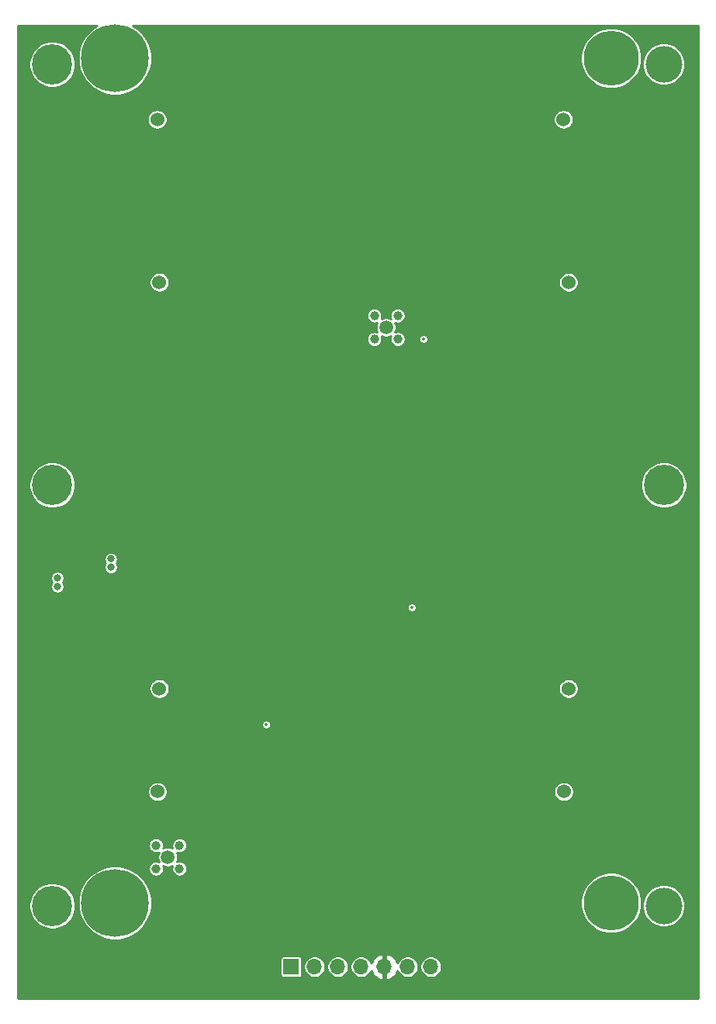
<source format=gbr>
%TF.GenerationSoftware,KiCad,Pcbnew,(5.1.10)-1*%
%TF.CreationDate,2021-11-05T18:24:08-05:00*%
%TF.ProjectId,payload_board,7061796c-6f61-4645-9f62-6f6172642e6b,3*%
%TF.SameCoordinates,Original*%
%TF.FileFunction,Copper,L2,Inr*%
%TF.FilePolarity,Positive*%
%FSLAX46Y46*%
G04 Gerber Fmt 4.6, Leading zero omitted, Abs format (unit mm)*
G04 Created by KiCad (PCBNEW (5.1.10)-1) date 2021-11-05 18:24:08*
%MOMM*%
%LPD*%
G01*
G04 APERTURE LIST*
%TA.AperFunction,ComponentPad*%
%ADD10C,1.524000*%
%TD*%
%TA.AperFunction,ComponentPad*%
%ADD11C,0.808000*%
%TD*%
%TA.AperFunction,ComponentPad*%
%ADD12O,1.700000X1.700000*%
%TD*%
%TA.AperFunction,ComponentPad*%
%ADD13R,1.700000X1.700000*%
%TD*%
%TA.AperFunction,ComponentPad*%
%ADD14C,1.000000*%
%TD*%
%TA.AperFunction,ComponentPad*%
%ADD15C,1.500000*%
%TD*%
%TA.AperFunction,ComponentPad*%
%ADD16C,6.000000*%
%TD*%
%TA.AperFunction,ComponentPad*%
%ADD17C,4.000000*%
%TD*%
%TA.AperFunction,ComponentPad*%
%ADD18C,7.400000*%
%TD*%
%TA.AperFunction,ComponentPad*%
%ADD19C,4.400000*%
%TD*%
%TA.AperFunction,ViaPad*%
%ADD20C,0.355600*%
%TD*%
%TA.AperFunction,Conductor*%
%ADD21C,0.254000*%
%TD*%
%TA.AperFunction,Conductor*%
%ADD22C,0.100000*%
%TD*%
G04 APERTURE END LIST*
D10*
X65570800Y-60655000D03*
X109919200Y-60655000D03*
X65815000Y-78420800D03*
X65815000Y-122769200D03*
X65605800Y-134020000D03*
X109954200Y-134020000D03*
X110465000Y-78420800D03*
X110465000Y-122769200D03*
D11*
X54686300Y-111615100D03*
X54686300Y-110700700D03*
X60528300Y-109532300D03*
X60528300Y-108617900D03*
D12*
X95450000Y-153130000D03*
X92910000Y-153130000D03*
X90370000Y-153130000D03*
X87830000Y-153130000D03*
X85290000Y-153130000D03*
X82750000Y-153130000D03*
D13*
X80210000Y-153130000D03*
D14*
X68010000Y-142430000D03*
X68010000Y-139870000D03*
X65450000Y-139870000D03*
X65450000Y-142430000D03*
D15*
X66730000Y-141150000D03*
D14*
X91840000Y-84620000D03*
X91840000Y-82060000D03*
X89280000Y-82060000D03*
X89280000Y-84620000D03*
D15*
X90560000Y-83340000D03*
D16*
X115120000Y-146160000D03*
X115120000Y-53960000D03*
D17*
X120870000Y-146480000D03*
X120870000Y-54630000D03*
D18*
X60970000Y-146160000D03*
X60970000Y-53960000D03*
D19*
X54130000Y-146480000D03*
X120870000Y-100560000D03*
X54130000Y-100560000D03*
X54130000Y-54630000D03*
D20*
X71020000Y-90020000D03*
X105410000Y-88900000D03*
X71160000Y-118440000D03*
X77490000Y-126700000D03*
X93360000Y-113910000D03*
X94620000Y-84620000D03*
D21*
X58397837Y-50825811D02*
X57835811Y-51387837D01*
X57394229Y-52048711D01*
X57090062Y-52783034D01*
X56935000Y-53562587D01*
X56935000Y-54357413D01*
X57090062Y-55136966D01*
X57394229Y-55871289D01*
X57835811Y-56532163D01*
X58397837Y-57094189D01*
X59058711Y-57535771D01*
X59793034Y-57839938D01*
X60572587Y-57995000D01*
X61367413Y-57995000D01*
X62146966Y-57839938D01*
X62881289Y-57535771D01*
X63542163Y-57094189D01*
X64104189Y-56532163D01*
X64545771Y-55871289D01*
X64849938Y-55136966D01*
X65005000Y-54357413D01*
X65005000Y-53631531D01*
X111785000Y-53631531D01*
X111785000Y-54288469D01*
X111913162Y-54932784D01*
X112164561Y-55539715D01*
X112529536Y-56085939D01*
X112994061Y-56550464D01*
X113540285Y-56915439D01*
X114147216Y-57166838D01*
X114791531Y-57295000D01*
X115448469Y-57295000D01*
X116092784Y-57166838D01*
X116699715Y-56915439D01*
X117245939Y-56550464D01*
X117710464Y-56085939D01*
X118075439Y-55539715D01*
X118326838Y-54932784D01*
X118432810Y-54400023D01*
X118535000Y-54400023D01*
X118535000Y-54859977D01*
X118624733Y-55311094D01*
X118800750Y-55736037D01*
X119056287Y-56118476D01*
X119381524Y-56443713D01*
X119763963Y-56699250D01*
X120188906Y-56875267D01*
X120640023Y-56965000D01*
X121099977Y-56965000D01*
X121551094Y-56875267D01*
X121976037Y-56699250D01*
X122358476Y-56443713D01*
X122683713Y-56118476D01*
X122939250Y-55736037D01*
X123115267Y-55311094D01*
X123205000Y-54859977D01*
X123205000Y-54400023D01*
X123115267Y-53948906D01*
X122939250Y-53523963D01*
X122683713Y-53141524D01*
X122358476Y-52816287D01*
X121976037Y-52560750D01*
X121551094Y-52384733D01*
X121099977Y-52295000D01*
X120640023Y-52295000D01*
X120188906Y-52384733D01*
X119763963Y-52560750D01*
X119381524Y-52816287D01*
X119056287Y-53141524D01*
X118800750Y-53523963D01*
X118624733Y-53948906D01*
X118535000Y-54400023D01*
X118432810Y-54400023D01*
X118455000Y-54288469D01*
X118455000Y-53631531D01*
X118326838Y-52987216D01*
X118075439Y-52380285D01*
X117710464Y-51834061D01*
X117245939Y-51369536D01*
X116699715Y-51004561D01*
X116092784Y-50753162D01*
X115448469Y-50625000D01*
X114791531Y-50625000D01*
X114147216Y-50753162D01*
X113540285Y-51004561D01*
X112994061Y-51369536D01*
X112529536Y-51834061D01*
X112164561Y-52380285D01*
X111913162Y-52987216D01*
X111785000Y-53631531D01*
X65005000Y-53631531D01*
X65005000Y-53562587D01*
X64849938Y-52783034D01*
X64545771Y-52048711D01*
X64104189Y-51387837D01*
X63542163Y-50825811D01*
X62919858Y-50410000D01*
X124590000Y-50410000D01*
X124590001Y-156590000D01*
X50410000Y-156590000D01*
X50410000Y-152280000D01*
X79023380Y-152280000D01*
X79023380Y-153980000D01*
X79029848Y-154045671D01*
X79049004Y-154108819D01*
X79080111Y-154167016D01*
X79121974Y-154218026D01*
X79172984Y-154259889D01*
X79231181Y-154290996D01*
X79294329Y-154310152D01*
X79360000Y-154316620D01*
X81060000Y-154316620D01*
X81125671Y-154310152D01*
X81188819Y-154290996D01*
X81247016Y-154259889D01*
X81298026Y-154218026D01*
X81339889Y-154167016D01*
X81370996Y-154108819D01*
X81390152Y-154045671D01*
X81396620Y-153980000D01*
X81396620Y-153013288D01*
X81565000Y-153013288D01*
X81565000Y-153246712D01*
X81610539Y-153475652D01*
X81699866Y-153691308D01*
X81829550Y-153885394D01*
X81994606Y-154050450D01*
X82188692Y-154180134D01*
X82404348Y-154269461D01*
X82633288Y-154315000D01*
X82866712Y-154315000D01*
X83095652Y-154269461D01*
X83311308Y-154180134D01*
X83505394Y-154050450D01*
X83670450Y-153885394D01*
X83800134Y-153691308D01*
X83889461Y-153475652D01*
X83935000Y-153246712D01*
X83935000Y-153013288D01*
X84105000Y-153013288D01*
X84105000Y-153246712D01*
X84150539Y-153475652D01*
X84239866Y-153691308D01*
X84369550Y-153885394D01*
X84534606Y-154050450D01*
X84728692Y-154180134D01*
X84944348Y-154269461D01*
X85173288Y-154315000D01*
X85406712Y-154315000D01*
X85635652Y-154269461D01*
X85851308Y-154180134D01*
X86045394Y-154050450D01*
X86210450Y-153885394D01*
X86340134Y-153691308D01*
X86429461Y-153475652D01*
X86475000Y-153246712D01*
X86475000Y-153013288D01*
X86645000Y-153013288D01*
X86645000Y-153246712D01*
X86690539Y-153475652D01*
X86779866Y-153691308D01*
X86909550Y-153885394D01*
X87074606Y-154050450D01*
X87268692Y-154180134D01*
X87484348Y-154269461D01*
X87713288Y-154315000D01*
X87946712Y-154315000D01*
X88175652Y-154269461D01*
X88391308Y-154180134D01*
X88585394Y-154050450D01*
X88750450Y-153885394D01*
X88880134Y-153691308D01*
X88945259Y-153534082D01*
X89025843Y-153761252D01*
X89174822Y-154011355D01*
X89369731Y-154227588D01*
X89603080Y-154401641D01*
X89865901Y-154526825D01*
X90013110Y-154571476D01*
X90243000Y-154450155D01*
X90243000Y-153257000D01*
X90223000Y-153257000D01*
X90223000Y-153003000D01*
X90243000Y-153003000D01*
X90243000Y-151809845D01*
X90497000Y-151809845D01*
X90497000Y-153003000D01*
X90517000Y-153003000D01*
X90517000Y-153257000D01*
X90497000Y-153257000D01*
X90497000Y-154450155D01*
X90726890Y-154571476D01*
X90874099Y-154526825D01*
X91136920Y-154401641D01*
X91370269Y-154227588D01*
X91565178Y-154011355D01*
X91714157Y-153761252D01*
X91794741Y-153534082D01*
X91859866Y-153691308D01*
X91989550Y-153885394D01*
X92154606Y-154050450D01*
X92348692Y-154180134D01*
X92564348Y-154269461D01*
X92793288Y-154315000D01*
X93026712Y-154315000D01*
X93255652Y-154269461D01*
X93471308Y-154180134D01*
X93665394Y-154050450D01*
X93830450Y-153885394D01*
X93960134Y-153691308D01*
X94049461Y-153475652D01*
X94095000Y-153246712D01*
X94095000Y-153013288D01*
X94265000Y-153013288D01*
X94265000Y-153246712D01*
X94310539Y-153475652D01*
X94399866Y-153691308D01*
X94529550Y-153885394D01*
X94694606Y-154050450D01*
X94888692Y-154180134D01*
X95104348Y-154269461D01*
X95333288Y-154315000D01*
X95566712Y-154315000D01*
X95795652Y-154269461D01*
X96011308Y-154180134D01*
X96205394Y-154050450D01*
X96370450Y-153885394D01*
X96500134Y-153691308D01*
X96589461Y-153475652D01*
X96635000Y-153246712D01*
X96635000Y-153013288D01*
X96589461Y-152784348D01*
X96500134Y-152568692D01*
X96370450Y-152374606D01*
X96205394Y-152209550D01*
X96011308Y-152079866D01*
X95795652Y-151990539D01*
X95566712Y-151945000D01*
X95333288Y-151945000D01*
X95104348Y-151990539D01*
X94888692Y-152079866D01*
X94694606Y-152209550D01*
X94529550Y-152374606D01*
X94399866Y-152568692D01*
X94310539Y-152784348D01*
X94265000Y-153013288D01*
X94095000Y-153013288D01*
X94049461Y-152784348D01*
X93960134Y-152568692D01*
X93830450Y-152374606D01*
X93665394Y-152209550D01*
X93471308Y-152079866D01*
X93255652Y-151990539D01*
X93026712Y-151945000D01*
X92793288Y-151945000D01*
X92564348Y-151990539D01*
X92348692Y-152079866D01*
X92154606Y-152209550D01*
X91989550Y-152374606D01*
X91859866Y-152568692D01*
X91794741Y-152725918D01*
X91714157Y-152498748D01*
X91565178Y-152248645D01*
X91370269Y-152032412D01*
X91136920Y-151858359D01*
X90874099Y-151733175D01*
X90726890Y-151688524D01*
X90497000Y-151809845D01*
X90243000Y-151809845D01*
X90013110Y-151688524D01*
X89865901Y-151733175D01*
X89603080Y-151858359D01*
X89369731Y-152032412D01*
X89174822Y-152248645D01*
X89025843Y-152498748D01*
X88945259Y-152725918D01*
X88880134Y-152568692D01*
X88750450Y-152374606D01*
X88585394Y-152209550D01*
X88391308Y-152079866D01*
X88175652Y-151990539D01*
X87946712Y-151945000D01*
X87713288Y-151945000D01*
X87484348Y-151990539D01*
X87268692Y-152079866D01*
X87074606Y-152209550D01*
X86909550Y-152374606D01*
X86779866Y-152568692D01*
X86690539Y-152784348D01*
X86645000Y-153013288D01*
X86475000Y-153013288D01*
X86429461Y-152784348D01*
X86340134Y-152568692D01*
X86210450Y-152374606D01*
X86045394Y-152209550D01*
X85851308Y-152079866D01*
X85635652Y-151990539D01*
X85406712Y-151945000D01*
X85173288Y-151945000D01*
X84944348Y-151990539D01*
X84728692Y-152079866D01*
X84534606Y-152209550D01*
X84369550Y-152374606D01*
X84239866Y-152568692D01*
X84150539Y-152784348D01*
X84105000Y-153013288D01*
X83935000Y-153013288D01*
X83889461Y-152784348D01*
X83800134Y-152568692D01*
X83670450Y-152374606D01*
X83505394Y-152209550D01*
X83311308Y-152079866D01*
X83095652Y-151990539D01*
X82866712Y-151945000D01*
X82633288Y-151945000D01*
X82404348Y-151990539D01*
X82188692Y-152079866D01*
X81994606Y-152209550D01*
X81829550Y-152374606D01*
X81699866Y-152568692D01*
X81610539Y-152784348D01*
X81565000Y-153013288D01*
X81396620Y-153013288D01*
X81396620Y-152280000D01*
X81390152Y-152214329D01*
X81370996Y-152151181D01*
X81339889Y-152092984D01*
X81298026Y-152041974D01*
X81247016Y-152000111D01*
X81188819Y-151969004D01*
X81125671Y-151949848D01*
X81060000Y-151943380D01*
X79360000Y-151943380D01*
X79294329Y-151949848D01*
X79231181Y-151969004D01*
X79172984Y-152000111D01*
X79121974Y-152041974D01*
X79080111Y-152092984D01*
X79049004Y-152151181D01*
X79029848Y-152214329D01*
X79023380Y-152280000D01*
X50410000Y-152280000D01*
X50410000Y-146230324D01*
X51595000Y-146230324D01*
X51595000Y-146729676D01*
X51692418Y-147219432D01*
X51883512Y-147680773D01*
X52160937Y-148095968D01*
X52514032Y-148449063D01*
X52929227Y-148726488D01*
X53390568Y-148917582D01*
X53880324Y-149015000D01*
X54379676Y-149015000D01*
X54869432Y-148917582D01*
X55330773Y-148726488D01*
X55745968Y-148449063D01*
X56099063Y-148095968D01*
X56376488Y-147680773D01*
X56567582Y-147219432D01*
X56665000Y-146729676D01*
X56665000Y-146230324D01*
X56571962Y-145762587D01*
X56935000Y-145762587D01*
X56935000Y-146557413D01*
X57090062Y-147336966D01*
X57394229Y-148071289D01*
X57835811Y-148732163D01*
X58397837Y-149294189D01*
X59058711Y-149735771D01*
X59793034Y-150039938D01*
X60572587Y-150195000D01*
X61367413Y-150195000D01*
X62146966Y-150039938D01*
X62881289Y-149735771D01*
X63542163Y-149294189D01*
X64104189Y-148732163D01*
X64545771Y-148071289D01*
X64849938Y-147336966D01*
X65005000Y-146557413D01*
X65005000Y-145831531D01*
X111785000Y-145831531D01*
X111785000Y-146488469D01*
X111913162Y-147132784D01*
X112164561Y-147739715D01*
X112529536Y-148285939D01*
X112994061Y-148750464D01*
X113540285Y-149115439D01*
X114147216Y-149366838D01*
X114791531Y-149495000D01*
X115448469Y-149495000D01*
X116092784Y-149366838D01*
X116699715Y-149115439D01*
X117245939Y-148750464D01*
X117710464Y-148285939D01*
X118075439Y-147739715D01*
X118326838Y-147132784D01*
X118455000Y-146488469D01*
X118455000Y-146250023D01*
X118535000Y-146250023D01*
X118535000Y-146709977D01*
X118624733Y-147161094D01*
X118800750Y-147586037D01*
X119056287Y-147968476D01*
X119381524Y-148293713D01*
X119763963Y-148549250D01*
X120188906Y-148725267D01*
X120640023Y-148815000D01*
X121099977Y-148815000D01*
X121551094Y-148725267D01*
X121976037Y-148549250D01*
X122358476Y-148293713D01*
X122683713Y-147968476D01*
X122939250Y-147586037D01*
X123115267Y-147161094D01*
X123205000Y-146709977D01*
X123205000Y-146250023D01*
X123115267Y-145798906D01*
X122939250Y-145373963D01*
X122683713Y-144991524D01*
X122358476Y-144666287D01*
X121976037Y-144410750D01*
X121551094Y-144234733D01*
X121099977Y-144145000D01*
X120640023Y-144145000D01*
X120188906Y-144234733D01*
X119763963Y-144410750D01*
X119381524Y-144666287D01*
X119056287Y-144991524D01*
X118800750Y-145373963D01*
X118624733Y-145798906D01*
X118535000Y-146250023D01*
X118455000Y-146250023D01*
X118455000Y-145831531D01*
X118326838Y-145187216D01*
X118075439Y-144580285D01*
X117710464Y-144034061D01*
X117245939Y-143569536D01*
X116699715Y-143204561D01*
X116092784Y-142953162D01*
X115448469Y-142825000D01*
X114791531Y-142825000D01*
X114147216Y-142953162D01*
X113540285Y-143204561D01*
X112994061Y-143569536D01*
X112529536Y-144034061D01*
X112164561Y-144580285D01*
X111913162Y-145187216D01*
X111785000Y-145831531D01*
X65005000Y-145831531D01*
X65005000Y-145762587D01*
X64849938Y-144983034D01*
X64545771Y-144248711D01*
X64104189Y-143587837D01*
X63542163Y-143025811D01*
X62881289Y-142584229D01*
X62146966Y-142280062D01*
X61367413Y-142125000D01*
X60572587Y-142125000D01*
X59793034Y-142280062D01*
X59058711Y-142584229D01*
X58397837Y-143025811D01*
X57835811Y-143587837D01*
X57394229Y-144248711D01*
X57090062Y-144983034D01*
X56935000Y-145762587D01*
X56571962Y-145762587D01*
X56567582Y-145740568D01*
X56376488Y-145279227D01*
X56099063Y-144864032D01*
X55745968Y-144510937D01*
X55330773Y-144233512D01*
X54869432Y-144042418D01*
X54379676Y-143945000D01*
X53880324Y-143945000D01*
X53390568Y-144042418D01*
X52929227Y-144233512D01*
X52514032Y-144510937D01*
X52160937Y-144864032D01*
X51883512Y-145279227D01*
X51692418Y-145740568D01*
X51595000Y-146230324D01*
X50410000Y-146230324D01*
X50410000Y-139787760D01*
X64615000Y-139787760D01*
X64615000Y-139952240D01*
X64647089Y-140113560D01*
X64710033Y-140265521D01*
X64801413Y-140402281D01*
X64917719Y-140518587D01*
X65054479Y-140609967D01*
X65206440Y-140672911D01*
X65367760Y-140705000D01*
X65532240Y-140705000D01*
X65693560Y-140672911D01*
X65765577Y-140643081D01*
X65686696Y-140833517D01*
X65645000Y-141043137D01*
X65645000Y-141256863D01*
X65686696Y-141466483D01*
X65765577Y-141656919D01*
X65693560Y-141627089D01*
X65532240Y-141595000D01*
X65367760Y-141595000D01*
X65206440Y-141627089D01*
X65054479Y-141690033D01*
X64917719Y-141781413D01*
X64801413Y-141897719D01*
X64710033Y-142034479D01*
X64647089Y-142186440D01*
X64615000Y-142347760D01*
X64615000Y-142512240D01*
X64647089Y-142673560D01*
X64710033Y-142825521D01*
X64801413Y-142962281D01*
X64917719Y-143078587D01*
X65054479Y-143169967D01*
X65206440Y-143232911D01*
X65367760Y-143265000D01*
X65532240Y-143265000D01*
X65693560Y-143232911D01*
X65845521Y-143169967D01*
X65982281Y-143078587D01*
X66098587Y-142962281D01*
X66189967Y-142825521D01*
X66252911Y-142673560D01*
X66285000Y-142512240D01*
X66285000Y-142347760D01*
X66252911Y-142186440D01*
X66223081Y-142114423D01*
X66413517Y-142193304D01*
X66623137Y-142235000D01*
X66836863Y-142235000D01*
X67046483Y-142193304D01*
X67236919Y-142114423D01*
X67207089Y-142186440D01*
X67175000Y-142347760D01*
X67175000Y-142512240D01*
X67207089Y-142673560D01*
X67270033Y-142825521D01*
X67361413Y-142962281D01*
X67477719Y-143078587D01*
X67614479Y-143169967D01*
X67766440Y-143232911D01*
X67927760Y-143265000D01*
X68092240Y-143265000D01*
X68253560Y-143232911D01*
X68405521Y-143169967D01*
X68542281Y-143078587D01*
X68658587Y-142962281D01*
X68749967Y-142825521D01*
X68812911Y-142673560D01*
X68845000Y-142512240D01*
X68845000Y-142347760D01*
X68812911Y-142186440D01*
X68749967Y-142034479D01*
X68658587Y-141897719D01*
X68542281Y-141781413D01*
X68405521Y-141690033D01*
X68253560Y-141627089D01*
X68092240Y-141595000D01*
X67927760Y-141595000D01*
X67766440Y-141627089D01*
X67694423Y-141656919D01*
X67773304Y-141466483D01*
X67815000Y-141256863D01*
X67815000Y-141043137D01*
X67773304Y-140833517D01*
X67694423Y-140643081D01*
X67766440Y-140672911D01*
X67927760Y-140705000D01*
X68092240Y-140705000D01*
X68253560Y-140672911D01*
X68405521Y-140609967D01*
X68542281Y-140518587D01*
X68658587Y-140402281D01*
X68749967Y-140265521D01*
X68812911Y-140113560D01*
X68845000Y-139952240D01*
X68845000Y-139787760D01*
X68812911Y-139626440D01*
X68749967Y-139474479D01*
X68658587Y-139337719D01*
X68542281Y-139221413D01*
X68405521Y-139130033D01*
X68253560Y-139067089D01*
X68092240Y-139035000D01*
X67927760Y-139035000D01*
X67766440Y-139067089D01*
X67614479Y-139130033D01*
X67477719Y-139221413D01*
X67361413Y-139337719D01*
X67270033Y-139474479D01*
X67207089Y-139626440D01*
X67175000Y-139787760D01*
X67175000Y-139952240D01*
X67207089Y-140113560D01*
X67236919Y-140185577D01*
X67046483Y-140106696D01*
X66836863Y-140065000D01*
X66623137Y-140065000D01*
X66413517Y-140106696D01*
X66223081Y-140185577D01*
X66252911Y-140113560D01*
X66285000Y-139952240D01*
X66285000Y-139787760D01*
X66252911Y-139626440D01*
X66189967Y-139474479D01*
X66098587Y-139337719D01*
X65982281Y-139221413D01*
X65845521Y-139130033D01*
X65693560Y-139067089D01*
X65532240Y-139035000D01*
X65367760Y-139035000D01*
X65206440Y-139067089D01*
X65054479Y-139130033D01*
X64917719Y-139221413D01*
X64801413Y-139337719D01*
X64710033Y-139474479D01*
X64647089Y-139626440D01*
X64615000Y-139787760D01*
X50410000Y-139787760D01*
X50410000Y-133911955D01*
X64508800Y-133911955D01*
X64508800Y-134128045D01*
X64550957Y-134339983D01*
X64633651Y-134539624D01*
X64753704Y-134719297D01*
X64906503Y-134872096D01*
X65086176Y-134992149D01*
X65285817Y-135074843D01*
X65497755Y-135117000D01*
X65713845Y-135117000D01*
X65925783Y-135074843D01*
X66125424Y-134992149D01*
X66305097Y-134872096D01*
X66457896Y-134719297D01*
X66577949Y-134539624D01*
X66660643Y-134339983D01*
X66702800Y-134128045D01*
X66702800Y-133911955D01*
X108857200Y-133911955D01*
X108857200Y-134128045D01*
X108899357Y-134339983D01*
X108982051Y-134539624D01*
X109102104Y-134719297D01*
X109254903Y-134872096D01*
X109434576Y-134992149D01*
X109634217Y-135074843D01*
X109846155Y-135117000D01*
X110062245Y-135117000D01*
X110274183Y-135074843D01*
X110473824Y-134992149D01*
X110653497Y-134872096D01*
X110806296Y-134719297D01*
X110926349Y-134539624D01*
X111009043Y-134339983D01*
X111051200Y-134128045D01*
X111051200Y-133911955D01*
X111009043Y-133700017D01*
X110926349Y-133500376D01*
X110806296Y-133320703D01*
X110653497Y-133167904D01*
X110473824Y-133047851D01*
X110274183Y-132965157D01*
X110062245Y-132923000D01*
X109846155Y-132923000D01*
X109634217Y-132965157D01*
X109434576Y-133047851D01*
X109254903Y-133167904D01*
X109102104Y-133320703D01*
X108982051Y-133500376D01*
X108899357Y-133700017D01*
X108857200Y-133911955D01*
X66702800Y-133911955D01*
X66660643Y-133700017D01*
X66577949Y-133500376D01*
X66457896Y-133320703D01*
X66305097Y-133167904D01*
X66125424Y-133047851D01*
X65925783Y-132965157D01*
X65713845Y-132923000D01*
X65497755Y-132923000D01*
X65285817Y-132965157D01*
X65086176Y-133047851D01*
X64906503Y-133167904D01*
X64753704Y-133320703D01*
X64633651Y-133500376D01*
X64550957Y-133700017D01*
X64508800Y-133911955D01*
X50410000Y-133911955D01*
X50410000Y-126649494D01*
X76977200Y-126649494D01*
X76977200Y-126750506D01*
X76996907Y-126849578D01*
X77035563Y-126942902D01*
X77091682Y-127026891D01*
X77163109Y-127098318D01*
X77247098Y-127154437D01*
X77340422Y-127193093D01*
X77439494Y-127212800D01*
X77540506Y-127212800D01*
X77639578Y-127193093D01*
X77732902Y-127154437D01*
X77816891Y-127098318D01*
X77888318Y-127026891D01*
X77944437Y-126942902D01*
X77983093Y-126849578D01*
X78002800Y-126750506D01*
X78002800Y-126649494D01*
X77983093Y-126550422D01*
X77944437Y-126457098D01*
X77888318Y-126373109D01*
X77816891Y-126301682D01*
X77732902Y-126245563D01*
X77639578Y-126206907D01*
X77540506Y-126187200D01*
X77439494Y-126187200D01*
X77340422Y-126206907D01*
X77247098Y-126245563D01*
X77163109Y-126301682D01*
X77091682Y-126373109D01*
X77035563Y-126457098D01*
X76996907Y-126550422D01*
X76977200Y-126649494D01*
X50410000Y-126649494D01*
X50410000Y-122661155D01*
X64718000Y-122661155D01*
X64718000Y-122877245D01*
X64760157Y-123089183D01*
X64842851Y-123288824D01*
X64962904Y-123468497D01*
X65115703Y-123621296D01*
X65295376Y-123741349D01*
X65495017Y-123824043D01*
X65706955Y-123866200D01*
X65923045Y-123866200D01*
X66134983Y-123824043D01*
X66334624Y-123741349D01*
X66514297Y-123621296D01*
X66667096Y-123468497D01*
X66787149Y-123288824D01*
X66869843Y-123089183D01*
X66912000Y-122877245D01*
X66912000Y-122661155D01*
X109368000Y-122661155D01*
X109368000Y-122877245D01*
X109410157Y-123089183D01*
X109492851Y-123288824D01*
X109612904Y-123468497D01*
X109765703Y-123621296D01*
X109945376Y-123741349D01*
X110145017Y-123824043D01*
X110356955Y-123866200D01*
X110573045Y-123866200D01*
X110784983Y-123824043D01*
X110984624Y-123741349D01*
X111164297Y-123621296D01*
X111317096Y-123468497D01*
X111437149Y-123288824D01*
X111519843Y-123089183D01*
X111562000Y-122877245D01*
X111562000Y-122661155D01*
X111519843Y-122449217D01*
X111437149Y-122249576D01*
X111317096Y-122069903D01*
X111164297Y-121917104D01*
X110984624Y-121797051D01*
X110784983Y-121714357D01*
X110573045Y-121672200D01*
X110356955Y-121672200D01*
X110145017Y-121714357D01*
X109945376Y-121797051D01*
X109765703Y-121917104D01*
X109612904Y-122069903D01*
X109492851Y-122249576D01*
X109410157Y-122449217D01*
X109368000Y-122661155D01*
X66912000Y-122661155D01*
X66869843Y-122449217D01*
X66787149Y-122249576D01*
X66667096Y-122069903D01*
X66514297Y-121917104D01*
X66334624Y-121797051D01*
X66134983Y-121714357D01*
X65923045Y-121672200D01*
X65706955Y-121672200D01*
X65495017Y-121714357D01*
X65295376Y-121797051D01*
X65115703Y-121917104D01*
X64962904Y-122069903D01*
X64842851Y-122249576D01*
X64760157Y-122449217D01*
X64718000Y-122661155D01*
X50410000Y-122661155D01*
X50410000Y-113859494D01*
X92847200Y-113859494D01*
X92847200Y-113960506D01*
X92866907Y-114059578D01*
X92905563Y-114152902D01*
X92961682Y-114236891D01*
X93033109Y-114308318D01*
X93117098Y-114364437D01*
X93210422Y-114403093D01*
X93309494Y-114422800D01*
X93410506Y-114422800D01*
X93509578Y-114403093D01*
X93602902Y-114364437D01*
X93686891Y-114308318D01*
X93758318Y-114236891D01*
X93814437Y-114152902D01*
X93853093Y-114059578D01*
X93872800Y-113960506D01*
X93872800Y-113859494D01*
X93853093Y-113760422D01*
X93814437Y-113667098D01*
X93758318Y-113583109D01*
X93686891Y-113511682D01*
X93602902Y-113455563D01*
X93509578Y-113416907D01*
X93410506Y-113397200D01*
X93309494Y-113397200D01*
X93210422Y-113416907D01*
X93117098Y-113455563D01*
X93033109Y-113511682D01*
X92961682Y-113583109D01*
X92905563Y-113667098D01*
X92866907Y-113760422D01*
X92847200Y-113859494D01*
X50410000Y-113859494D01*
X50410000Y-110627915D01*
X53947300Y-110627915D01*
X53947300Y-110773485D01*
X53975699Y-110916258D01*
X54031406Y-111050748D01*
X54103003Y-111157900D01*
X54031406Y-111265052D01*
X53975699Y-111399542D01*
X53947300Y-111542315D01*
X53947300Y-111687885D01*
X53975699Y-111830658D01*
X54031406Y-111965148D01*
X54112281Y-112086185D01*
X54215215Y-112189119D01*
X54336252Y-112269994D01*
X54470742Y-112325701D01*
X54613515Y-112354100D01*
X54759085Y-112354100D01*
X54901858Y-112325701D01*
X55036348Y-112269994D01*
X55157385Y-112189119D01*
X55260319Y-112086185D01*
X55341194Y-111965148D01*
X55396901Y-111830658D01*
X55425300Y-111687885D01*
X55425300Y-111542315D01*
X55396901Y-111399542D01*
X55341194Y-111265052D01*
X55269597Y-111157900D01*
X55341194Y-111050748D01*
X55396901Y-110916258D01*
X55425300Y-110773485D01*
X55425300Y-110627915D01*
X55396901Y-110485142D01*
X55341194Y-110350652D01*
X55260319Y-110229615D01*
X55157385Y-110126681D01*
X55036348Y-110045806D01*
X54901858Y-109990099D01*
X54759085Y-109961700D01*
X54613515Y-109961700D01*
X54470742Y-109990099D01*
X54336252Y-110045806D01*
X54215215Y-110126681D01*
X54112281Y-110229615D01*
X54031406Y-110350652D01*
X53975699Y-110485142D01*
X53947300Y-110627915D01*
X50410000Y-110627915D01*
X50410000Y-108545115D01*
X59789300Y-108545115D01*
X59789300Y-108690685D01*
X59817699Y-108833458D01*
X59873406Y-108967948D01*
X59945003Y-109075100D01*
X59873406Y-109182252D01*
X59817699Y-109316742D01*
X59789300Y-109459515D01*
X59789300Y-109605085D01*
X59817699Y-109747858D01*
X59873406Y-109882348D01*
X59954281Y-110003385D01*
X60057215Y-110106319D01*
X60178252Y-110187194D01*
X60312742Y-110242901D01*
X60455515Y-110271300D01*
X60601085Y-110271300D01*
X60743858Y-110242901D01*
X60878348Y-110187194D01*
X60999385Y-110106319D01*
X61102319Y-110003385D01*
X61183194Y-109882348D01*
X61238901Y-109747858D01*
X61267300Y-109605085D01*
X61267300Y-109459515D01*
X61238901Y-109316742D01*
X61183194Y-109182252D01*
X61111597Y-109075100D01*
X61183194Y-108967948D01*
X61238901Y-108833458D01*
X61267300Y-108690685D01*
X61267300Y-108545115D01*
X61238901Y-108402342D01*
X61183194Y-108267852D01*
X61102319Y-108146815D01*
X60999385Y-108043881D01*
X60878348Y-107963006D01*
X60743858Y-107907299D01*
X60601085Y-107878900D01*
X60455515Y-107878900D01*
X60312742Y-107907299D01*
X60178252Y-107963006D01*
X60057215Y-108043881D01*
X59954281Y-108146815D01*
X59873406Y-108267852D01*
X59817699Y-108402342D01*
X59789300Y-108545115D01*
X50410000Y-108545115D01*
X50410000Y-100310324D01*
X51595000Y-100310324D01*
X51595000Y-100809676D01*
X51692418Y-101299432D01*
X51883512Y-101760773D01*
X52160937Y-102175968D01*
X52514032Y-102529063D01*
X52929227Y-102806488D01*
X53390568Y-102997582D01*
X53880324Y-103095000D01*
X54379676Y-103095000D01*
X54869432Y-102997582D01*
X55330773Y-102806488D01*
X55745968Y-102529063D01*
X56099063Y-102175968D01*
X56376488Y-101760773D01*
X56567582Y-101299432D01*
X56665000Y-100809676D01*
X56665000Y-100310324D01*
X118335000Y-100310324D01*
X118335000Y-100809676D01*
X118432418Y-101299432D01*
X118623512Y-101760773D01*
X118900937Y-102175968D01*
X119254032Y-102529063D01*
X119669227Y-102806488D01*
X120130568Y-102997582D01*
X120620324Y-103095000D01*
X121119676Y-103095000D01*
X121609432Y-102997582D01*
X122070773Y-102806488D01*
X122485968Y-102529063D01*
X122839063Y-102175968D01*
X123116488Y-101760773D01*
X123307582Y-101299432D01*
X123405000Y-100809676D01*
X123405000Y-100310324D01*
X123307582Y-99820568D01*
X123116488Y-99359227D01*
X122839063Y-98944032D01*
X122485968Y-98590937D01*
X122070773Y-98313512D01*
X121609432Y-98122418D01*
X121119676Y-98025000D01*
X120620324Y-98025000D01*
X120130568Y-98122418D01*
X119669227Y-98313512D01*
X119254032Y-98590937D01*
X118900937Y-98944032D01*
X118623512Y-99359227D01*
X118432418Y-99820568D01*
X118335000Y-100310324D01*
X56665000Y-100310324D01*
X56567582Y-99820568D01*
X56376488Y-99359227D01*
X56099063Y-98944032D01*
X55745968Y-98590937D01*
X55330773Y-98313512D01*
X54869432Y-98122418D01*
X54379676Y-98025000D01*
X53880324Y-98025000D01*
X53390568Y-98122418D01*
X52929227Y-98313512D01*
X52514032Y-98590937D01*
X52160937Y-98944032D01*
X51883512Y-99359227D01*
X51692418Y-99820568D01*
X51595000Y-100310324D01*
X50410000Y-100310324D01*
X50410000Y-81977760D01*
X88445000Y-81977760D01*
X88445000Y-82142240D01*
X88477089Y-82303560D01*
X88540033Y-82455521D01*
X88631413Y-82592281D01*
X88747719Y-82708587D01*
X88884479Y-82799967D01*
X89036440Y-82862911D01*
X89197760Y-82895000D01*
X89362240Y-82895000D01*
X89523560Y-82862911D01*
X89595577Y-82833081D01*
X89516696Y-83023517D01*
X89475000Y-83233137D01*
X89475000Y-83446863D01*
X89516696Y-83656483D01*
X89595577Y-83846919D01*
X89523560Y-83817089D01*
X89362240Y-83785000D01*
X89197760Y-83785000D01*
X89036440Y-83817089D01*
X88884479Y-83880033D01*
X88747719Y-83971413D01*
X88631413Y-84087719D01*
X88540033Y-84224479D01*
X88477089Y-84376440D01*
X88445000Y-84537760D01*
X88445000Y-84702240D01*
X88477089Y-84863560D01*
X88540033Y-85015521D01*
X88631413Y-85152281D01*
X88747719Y-85268587D01*
X88884479Y-85359967D01*
X89036440Y-85422911D01*
X89197760Y-85455000D01*
X89362240Y-85455000D01*
X89523560Y-85422911D01*
X89675521Y-85359967D01*
X89812281Y-85268587D01*
X89928587Y-85152281D01*
X90019967Y-85015521D01*
X90082911Y-84863560D01*
X90115000Y-84702240D01*
X90115000Y-84537760D01*
X90082911Y-84376440D01*
X90053081Y-84304423D01*
X90243517Y-84383304D01*
X90453137Y-84425000D01*
X90666863Y-84425000D01*
X90876483Y-84383304D01*
X91066919Y-84304423D01*
X91037089Y-84376440D01*
X91005000Y-84537760D01*
X91005000Y-84702240D01*
X91037089Y-84863560D01*
X91100033Y-85015521D01*
X91191413Y-85152281D01*
X91307719Y-85268587D01*
X91444479Y-85359967D01*
X91596440Y-85422911D01*
X91757760Y-85455000D01*
X91922240Y-85455000D01*
X92083560Y-85422911D01*
X92235521Y-85359967D01*
X92372281Y-85268587D01*
X92488587Y-85152281D01*
X92579967Y-85015521D01*
X92642911Y-84863560D01*
X92675000Y-84702240D01*
X92675000Y-84569494D01*
X94107200Y-84569494D01*
X94107200Y-84670506D01*
X94126907Y-84769578D01*
X94165563Y-84862902D01*
X94221682Y-84946891D01*
X94293109Y-85018318D01*
X94377098Y-85074437D01*
X94470422Y-85113093D01*
X94569494Y-85132800D01*
X94670506Y-85132800D01*
X94769578Y-85113093D01*
X94862902Y-85074437D01*
X94946891Y-85018318D01*
X95018318Y-84946891D01*
X95074437Y-84862902D01*
X95113093Y-84769578D01*
X95132800Y-84670506D01*
X95132800Y-84569494D01*
X95113093Y-84470422D01*
X95074437Y-84377098D01*
X95018318Y-84293109D01*
X94946891Y-84221682D01*
X94862902Y-84165563D01*
X94769578Y-84126907D01*
X94670506Y-84107200D01*
X94569494Y-84107200D01*
X94470422Y-84126907D01*
X94377098Y-84165563D01*
X94293109Y-84221682D01*
X94221682Y-84293109D01*
X94165563Y-84377098D01*
X94126907Y-84470422D01*
X94107200Y-84569494D01*
X92675000Y-84569494D01*
X92675000Y-84537760D01*
X92642911Y-84376440D01*
X92579967Y-84224479D01*
X92488587Y-84087719D01*
X92372281Y-83971413D01*
X92235521Y-83880033D01*
X92083560Y-83817089D01*
X91922240Y-83785000D01*
X91757760Y-83785000D01*
X91596440Y-83817089D01*
X91524423Y-83846919D01*
X91603304Y-83656483D01*
X91645000Y-83446863D01*
X91645000Y-83233137D01*
X91603304Y-83023517D01*
X91524423Y-82833081D01*
X91596440Y-82862911D01*
X91757760Y-82895000D01*
X91922240Y-82895000D01*
X92083560Y-82862911D01*
X92235521Y-82799967D01*
X92372281Y-82708587D01*
X92488587Y-82592281D01*
X92579967Y-82455521D01*
X92642911Y-82303560D01*
X92675000Y-82142240D01*
X92675000Y-81977760D01*
X92642911Y-81816440D01*
X92579967Y-81664479D01*
X92488587Y-81527719D01*
X92372281Y-81411413D01*
X92235521Y-81320033D01*
X92083560Y-81257089D01*
X91922240Y-81225000D01*
X91757760Y-81225000D01*
X91596440Y-81257089D01*
X91444479Y-81320033D01*
X91307719Y-81411413D01*
X91191413Y-81527719D01*
X91100033Y-81664479D01*
X91037089Y-81816440D01*
X91005000Y-81977760D01*
X91005000Y-82142240D01*
X91037089Y-82303560D01*
X91066919Y-82375577D01*
X90876483Y-82296696D01*
X90666863Y-82255000D01*
X90453137Y-82255000D01*
X90243517Y-82296696D01*
X90053081Y-82375577D01*
X90082911Y-82303560D01*
X90115000Y-82142240D01*
X90115000Y-81977760D01*
X90082911Y-81816440D01*
X90019967Y-81664479D01*
X89928587Y-81527719D01*
X89812281Y-81411413D01*
X89675521Y-81320033D01*
X89523560Y-81257089D01*
X89362240Y-81225000D01*
X89197760Y-81225000D01*
X89036440Y-81257089D01*
X88884479Y-81320033D01*
X88747719Y-81411413D01*
X88631413Y-81527719D01*
X88540033Y-81664479D01*
X88477089Y-81816440D01*
X88445000Y-81977760D01*
X50410000Y-81977760D01*
X50410000Y-78312755D01*
X64718000Y-78312755D01*
X64718000Y-78528845D01*
X64760157Y-78740783D01*
X64842851Y-78940424D01*
X64962904Y-79120097D01*
X65115703Y-79272896D01*
X65295376Y-79392949D01*
X65495017Y-79475643D01*
X65706955Y-79517800D01*
X65923045Y-79517800D01*
X66134983Y-79475643D01*
X66334624Y-79392949D01*
X66514297Y-79272896D01*
X66667096Y-79120097D01*
X66787149Y-78940424D01*
X66869843Y-78740783D01*
X66912000Y-78528845D01*
X66912000Y-78312755D01*
X109368000Y-78312755D01*
X109368000Y-78528845D01*
X109410157Y-78740783D01*
X109492851Y-78940424D01*
X109612904Y-79120097D01*
X109765703Y-79272896D01*
X109945376Y-79392949D01*
X110145017Y-79475643D01*
X110356955Y-79517800D01*
X110573045Y-79517800D01*
X110784983Y-79475643D01*
X110984624Y-79392949D01*
X111164297Y-79272896D01*
X111317096Y-79120097D01*
X111437149Y-78940424D01*
X111519843Y-78740783D01*
X111562000Y-78528845D01*
X111562000Y-78312755D01*
X111519843Y-78100817D01*
X111437149Y-77901176D01*
X111317096Y-77721503D01*
X111164297Y-77568704D01*
X110984624Y-77448651D01*
X110784983Y-77365957D01*
X110573045Y-77323800D01*
X110356955Y-77323800D01*
X110145017Y-77365957D01*
X109945376Y-77448651D01*
X109765703Y-77568704D01*
X109612904Y-77721503D01*
X109492851Y-77901176D01*
X109410157Y-78100817D01*
X109368000Y-78312755D01*
X66912000Y-78312755D01*
X66869843Y-78100817D01*
X66787149Y-77901176D01*
X66667096Y-77721503D01*
X66514297Y-77568704D01*
X66334624Y-77448651D01*
X66134983Y-77365957D01*
X65923045Y-77323800D01*
X65706955Y-77323800D01*
X65495017Y-77365957D01*
X65295376Y-77448651D01*
X65115703Y-77568704D01*
X64962904Y-77721503D01*
X64842851Y-77901176D01*
X64760157Y-78100817D01*
X64718000Y-78312755D01*
X50410000Y-78312755D01*
X50410000Y-60546955D01*
X64473800Y-60546955D01*
X64473800Y-60763045D01*
X64515957Y-60974983D01*
X64598651Y-61174624D01*
X64718704Y-61354297D01*
X64871503Y-61507096D01*
X65051176Y-61627149D01*
X65250817Y-61709843D01*
X65462755Y-61752000D01*
X65678845Y-61752000D01*
X65890783Y-61709843D01*
X66090424Y-61627149D01*
X66270097Y-61507096D01*
X66422896Y-61354297D01*
X66542949Y-61174624D01*
X66625643Y-60974983D01*
X66667800Y-60763045D01*
X66667800Y-60546955D01*
X108822200Y-60546955D01*
X108822200Y-60763045D01*
X108864357Y-60974983D01*
X108947051Y-61174624D01*
X109067104Y-61354297D01*
X109219903Y-61507096D01*
X109399576Y-61627149D01*
X109599217Y-61709843D01*
X109811155Y-61752000D01*
X110027245Y-61752000D01*
X110239183Y-61709843D01*
X110438824Y-61627149D01*
X110618497Y-61507096D01*
X110771296Y-61354297D01*
X110891349Y-61174624D01*
X110974043Y-60974983D01*
X111016200Y-60763045D01*
X111016200Y-60546955D01*
X110974043Y-60335017D01*
X110891349Y-60135376D01*
X110771296Y-59955703D01*
X110618497Y-59802904D01*
X110438824Y-59682851D01*
X110239183Y-59600157D01*
X110027245Y-59558000D01*
X109811155Y-59558000D01*
X109599217Y-59600157D01*
X109399576Y-59682851D01*
X109219903Y-59802904D01*
X109067104Y-59955703D01*
X108947051Y-60135376D01*
X108864357Y-60335017D01*
X108822200Y-60546955D01*
X66667800Y-60546955D01*
X66625643Y-60335017D01*
X66542949Y-60135376D01*
X66422896Y-59955703D01*
X66270097Y-59802904D01*
X66090424Y-59682851D01*
X65890783Y-59600157D01*
X65678845Y-59558000D01*
X65462755Y-59558000D01*
X65250817Y-59600157D01*
X65051176Y-59682851D01*
X64871503Y-59802904D01*
X64718704Y-59955703D01*
X64598651Y-60135376D01*
X64515957Y-60335017D01*
X64473800Y-60546955D01*
X50410000Y-60546955D01*
X50410000Y-54380324D01*
X51595000Y-54380324D01*
X51595000Y-54879676D01*
X51692418Y-55369432D01*
X51883512Y-55830773D01*
X52160937Y-56245968D01*
X52514032Y-56599063D01*
X52929227Y-56876488D01*
X53390568Y-57067582D01*
X53880324Y-57165000D01*
X54379676Y-57165000D01*
X54869432Y-57067582D01*
X55330773Y-56876488D01*
X55745968Y-56599063D01*
X56099063Y-56245968D01*
X56376488Y-55830773D01*
X56567582Y-55369432D01*
X56665000Y-54879676D01*
X56665000Y-54380324D01*
X56567582Y-53890568D01*
X56376488Y-53429227D01*
X56099063Y-53014032D01*
X55745968Y-52660937D01*
X55330773Y-52383512D01*
X54869432Y-52192418D01*
X54379676Y-52095000D01*
X53880324Y-52095000D01*
X53390568Y-52192418D01*
X52929227Y-52383512D01*
X52514032Y-52660937D01*
X52160937Y-53014032D01*
X51883512Y-53429227D01*
X51692418Y-53890568D01*
X51595000Y-54380324D01*
X50410000Y-54380324D01*
X50410000Y-50410000D01*
X59020142Y-50410000D01*
X58397837Y-50825811D01*
%TA.AperFunction,Conductor*%
D22*
G36*
X58397837Y-50825811D02*
G01*
X57835811Y-51387837D01*
X57394229Y-52048711D01*
X57090062Y-52783034D01*
X56935000Y-53562587D01*
X56935000Y-54357413D01*
X57090062Y-55136966D01*
X57394229Y-55871289D01*
X57835811Y-56532163D01*
X58397837Y-57094189D01*
X59058711Y-57535771D01*
X59793034Y-57839938D01*
X60572587Y-57995000D01*
X61367413Y-57995000D01*
X62146966Y-57839938D01*
X62881289Y-57535771D01*
X63542163Y-57094189D01*
X64104189Y-56532163D01*
X64545771Y-55871289D01*
X64849938Y-55136966D01*
X65005000Y-54357413D01*
X65005000Y-53631531D01*
X111785000Y-53631531D01*
X111785000Y-54288469D01*
X111913162Y-54932784D01*
X112164561Y-55539715D01*
X112529536Y-56085939D01*
X112994061Y-56550464D01*
X113540285Y-56915439D01*
X114147216Y-57166838D01*
X114791531Y-57295000D01*
X115448469Y-57295000D01*
X116092784Y-57166838D01*
X116699715Y-56915439D01*
X117245939Y-56550464D01*
X117710464Y-56085939D01*
X118075439Y-55539715D01*
X118326838Y-54932784D01*
X118432810Y-54400023D01*
X118535000Y-54400023D01*
X118535000Y-54859977D01*
X118624733Y-55311094D01*
X118800750Y-55736037D01*
X119056287Y-56118476D01*
X119381524Y-56443713D01*
X119763963Y-56699250D01*
X120188906Y-56875267D01*
X120640023Y-56965000D01*
X121099977Y-56965000D01*
X121551094Y-56875267D01*
X121976037Y-56699250D01*
X122358476Y-56443713D01*
X122683713Y-56118476D01*
X122939250Y-55736037D01*
X123115267Y-55311094D01*
X123205000Y-54859977D01*
X123205000Y-54400023D01*
X123115267Y-53948906D01*
X122939250Y-53523963D01*
X122683713Y-53141524D01*
X122358476Y-52816287D01*
X121976037Y-52560750D01*
X121551094Y-52384733D01*
X121099977Y-52295000D01*
X120640023Y-52295000D01*
X120188906Y-52384733D01*
X119763963Y-52560750D01*
X119381524Y-52816287D01*
X119056287Y-53141524D01*
X118800750Y-53523963D01*
X118624733Y-53948906D01*
X118535000Y-54400023D01*
X118432810Y-54400023D01*
X118455000Y-54288469D01*
X118455000Y-53631531D01*
X118326838Y-52987216D01*
X118075439Y-52380285D01*
X117710464Y-51834061D01*
X117245939Y-51369536D01*
X116699715Y-51004561D01*
X116092784Y-50753162D01*
X115448469Y-50625000D01*
X114791531Y-50625000D01*
X114147216Y-50753162D01*
X113540285Y-51004561D01*
X112994061Y-51369536D01*
X112529536Y-51834061D01*
X112164561Y-52380285D01*
X111913162Y-52987216D01*
X111785000Y-53631531D01*
X65005000Y-53631531D01*
X65005000Y-53562587D01*
X64849938Y-52783034D01*
X64545771Y-52048711D01*
X64104189Y-51387837D01*
X63542163Y-50825811D01*
X62919858Y-50410000D01*
X124590000Y-50410000D01*
X124590001Y-156590000D01*
X50410000Y-156590000D01*
X50410000Y-152280000D01*
X79023380Y-152280000D01*
X79023380Y-153980000D01*
X79029848Y-154045671D01*
X79049004Y-154108819D01*
X79080111Y-154167016D01*
X79121974Y-154218026D01*
X79172984Y-154259889D01*
X79231181Y-154290996D01*
X79294329Y-154310152D01*
X79360000Y-154316620D01*
X81060000Y-154316620D01*
X81125671Y-154310152D01*
X81188819Y-154290996D01*
X81247016Y-154259889D01*
X81298026Y-154218026D01*
X81339889Y-154167016D01*
X81370996Y-154108819D01*
X81390152Y-154045671D01*
X81396620Y-153980000D01*
X81396620Y-153013288D01*
X81565000Y-153013288D01*
X81565000Y-153246712D01*
X81610539Y-153475652D01*
X81699866Y-153691308D01*
X81829550Y-153885394D01*
X81994606Y-154050450D01*
X82188692Y-154180134D01*
X82404348Y-154269461D01*
X82633288Y-154315000D01*
X82866712Y-154315000D01*
X83095652Y-154269461D01*
X83311308Y-154180134D01*
X83505394Y-154050450D01*
X83670450Y-153885394D01*
X83800134Y-153691308D01*
X83889461Y-153475652D01*
X83935000Y-153246712D01*
X83935000Y-153013288D01*
X84105000Y-153013288D01*
X84105000Y-153246712D01*
X84150539Y-153475652D01*
X84239866Y-153691308D01*
X84369550Y-153885394D01*
X84534606Y-154050450D01*
X84728692Y-154180134D01*
X84944348Y-154269461D01*
X85173288Y-154315000D01*
X85406712Y-154315000D01*
X85635652Y-154269461D01*
X85851308Y-154180134D01*
X86045394Y-154050450D01*
X86210450Y-153885394D01*
X86340134Y-153691308D01*
X86429461Y-153475652D01*
X86475000Y-153246712D01*
X86475000Y-153013288D01*
X86645000Y-153013288D01*
X86645000Y-153246712D01*
X86690539Y-153475652D01*
X86779866Y-153691308D01*
X86909550Y-153885394D01*
X87074606Y-154050450D01*
X87268692Y-154180134D01*
X87484348Y-154269461D01*
X87713288Y-154315000D01*
X87946712Y-154315000D01*
X88175652Y-154269461D01*
X88391308Y-154180134D01*
X88585394Y-154050450D01*
X88750450Y-153885394D01*
X88880134Y-153691308D01*
X88945259Y-153534082D01*
X89025843Y-153761252D01*
X89174822Y-154011355D01*
X89369731Y-154227588D01*
X89603080Y-154401641D01*
X89865901Y-154526825D01*
X90013110Y-154571476D01*
X90243000Y-154450155D01*
X90243000Y-153257000D01*
X90223000Y-153257000D01*
X90223000Y-153003000D01*
X90243000Y-153003000D01*
X90243000Y-151809845D01*
X90497000Y-151809845D01*
X90497000Y-153003000D01*
X90517000Y-153003000D01*
X90517000Y-153257000D01*
X90497000Y-153257000D01*
X90497000Y-154450155D01*
X90726890Y-154571476D01*
X90874099Y-154526825D01*
X91136920Y-154401641D01*
X91370269Y-154227588D01*
X91565178Y-154011355D01*
X91714157Y-153761252D01*
X91794741Y-153534082D01*
X91859866Y-153691308D01*
X91989550Y-153885394D01*
X92154606Y-154050450D01*
X92348692Y-154180134D01*
X92564348Y-154269461D01*
X92793288Y-154315000D01*
X93026712Y-154315000D01*
X93255652Y-154269461D01*
X93471308Y-154180134D01*
X93665394Y-154050450D01*
X93830450Y-153885394D01*
X93960134Y-153691308D01*
X94049461Y-153475652D01*
X94095000Y-153246712D01*
X94095000Y-153013288D01*
X94265000Y-153013288D01*
X94265000Y-153246712D01*
X94310539Y-153475652D01*
X94399866Y-153691308D01*
X94529550Y-153885394D01*
X94694606Y-154050450D01*
X94888692Y-154180134D01*
X95104348Y-154269461D01*
X95333288Y-154315000D01*
X95566712Y-154315000D01*
X95795652Y-154269461D01*
X96011308Y-154180134D01*
X96205394Y-154050450D01*
X96370450Y-153885394D01*
X96500134Y-153691308D01*
X96589461Y-153475652D01*
X96635000Y-153246712D01*
X96635000Y-153013288D01*
X96589461Y-152784348D01*
X96500134Y-152568692D01*
X96370450Y-152374606D01*
X96205394Y-152209550D01*
X96011308Y-152079866D01*
X95795652Y-151990539D01*
X95566712Y-151945000D01*
X95333288Y-151945000D01*
X95104348Y-151990539D01*
X94888692Y-152079866D01*
X94694606Y-152209550D01*
X94529550Y-152374606D01*
X94399866Y-152568692D01*
X94310539Y-152784348D01*
X94265000Y-153013288D01*
X94095000Y-153013288D01*
X94049461Y-152784348D01*
X93960134Y-152568692D01*
X93830450Y-152374606D01*
X93665394Y-152209550D01*
X93471308Y-152079866D01*
X93255652Y-151990539D01*
X93026712Y-151945000D01*
X92793288Y-151945000D01*
X92564348Y-151990539D01*
X92348692Y-152079866D01*
X92154606Y-152209550D01*
X91989550Y-152374606D01*
X91859866Y-152568692D01*
X91794741Y-152725918D01*
X91714157Y-152498748D01*
X91565178Y-152248645D01*
X91370269Y-152032412D01*
X91136920Y-151858359D01*
X90874099Y-151733175D01*
X90726890Y-151688524D01*
X90497000Y-151809845D01*
X90243000Y-151809845D01*
X90013110Y-151688524D01*
X89865901Y-151733175D01*
X89603080Y-151858359D01*
X89369731Y-152032412D01*
X89174822Y-152248645D01*
X89025843Y-152498748D01*
X88945259Y-152725918D01*
X88880134Y-152568692D01*
X88750450Y-152374606D01*
X88585394Y-152209550D01*
X88391308Y-152079866D01*
X88175652Y-151990539D01*
X87946712Y-151945000D01*
X87713288Y-151945000D01*
X87484348Y-151990539D01*
X87268692Y-152079866D01*
X87074606Y-152209550D01*
X86909550Y-152374606D01*
X86779866Y-152568692D01*
X86690539Y-152784348D01*
X86645000Y-153013288D01*
X86475000Y-153013288D01*
X86429461Y-152784348D01*
X86340134Y-152568692D01*
X86210450Y-152374606D01*
X86045394Y-152209550D01*
X85851308Y-152079866D01*
X85635652Y-151990539D01*
X85406712Y-151945000D01*
X85173288Y-151945000D01*
X84944348Y-151990539D01*
X84728692Y-152079866D01*
X84534606Y-152209550D01*
X84369550Y-152374606D01*
X84239866Y-152568692D01*
X84150539Y-152784348D01*
X84105000Y-153013288D01*
X83935000Y-153013288D01*
X83889461Y-152784348D01*
X83800134Y-152568692D01*
X83670450Y-152374606D01*
X83505394Y-152209550D01*
X83311308Y-152079866D01*
X83095652Y-151990539D01*
X82866712Y-151945000D01*
X82633288Y-151945000D01*
X82404348Y-151990539D01*
X82188692Y-152079866D01*
X81994606Y-152209550D01*
X81829550Y-152374606D01*
X81699866Y-152568692D01*
X81610539Y-152784348D01*
X81565000Y-153013288D01*
X81396620Y-153013288D01*
X81396620Y-152280000D01*
X81390152Y-152214329D01*
X81370996Y-152151181D01*
X81339889Y-152092984D01*
X81298026Y-152041974D01*
X81247016Y-152000111D01*
X81188819Y-151969004D01*
X81125671Y-151949848D01*
X81060000Y-151943380D01*
X79360000Y-151943380D01*
X79294329Y-151949848D01*
X79231181Y-151969004D01*
X79172984Y-152000111D01*
X79121974Y-152041974D01*
X79080111Y-152092984D01*
X79049004Y-152151181D01*
X79029848Y-152214329D01*
X79023380Y-152280000D01*
X50410000Y-152280000D01*
X50410000Y-146230324D01*
X51595000Y-146230324D01*
X51595000Y-146729676D01*
X51692418Y-147219432D01*
X51883512Y-147680773D01*
X52160937Y-148095968D01*
X52514032Y-148449063D01*
X52929227Y-148726488D01*
X53390568Y-148917582D01*
X53880324Y-149015000D01*
X54379676Y-149015000D01*
X54869432Y-148917582D01*
X55330773Y-148726488D01*
X55745968Y-148449063D01*
X56099063Y-148095968D01*
X56376488Y-147680773D01*
X56567582Y-147219432D01*
X56665000Y-146729676D01*
X56665000Y-146230324D01*
X56571962Y-145762587D01*
X56935000Y-145762587D01*
X56935000Y-146557413D01*
X57090062Y-147336966D01*
X57394229Y-148071289D01*
X57835811Y-148732163D01*
X58397837Y-149294189D01*
X59058711Y-149735771D01*
X59793034Y-150039938D01*
X60572587Y-150195000D01*
X61367413Y-150195000D01*
X62146966Y-150039938D01*
X62881289Y-149735771D01*
X63542163Y-149294189D01*
X64104189Y-148732163D01*
X64545771Y-148071289D01*
X64849938Y-147336966D01*
X65005000Y-146557413D01*
X65005000Y-145831531D01*
X111785000Y-145831531D01*
X111785000Y-146488469D01*
X111913162Y-147132784D01*
X112164561Y-147739715D01*
X112529536Y-148285939D01*
X112994061Y-148750464D01*
X113540285Y-149115439D01*
X114147216Y-149366838D01*
X114791531Y-149495000D01*
X115448469Y-149495000D01*
X116092784Y-149366838D01*
X116699715Y-149115439D01*
X117245939Y-148750464D01*
X117710464Y-148285939D01*
X118075439Y-147739715D01*
X118326838Y-147132784D01*
X118455000Y-146488469D01*
X118455000Y-146250023D01*
X118535000Y-146250023D01*
X118535000Y-146709977D01*
X118624733Y-147161094D01*
X118800750Y-147586037D01*
X119056287Y-147968476D01*
X119381524Y-148293713D01*
X119763963Y-148549250D01*
X120188906Y-148725267D01*
X120640023Y-148815000D01*
X121099977Y-148815000D01*
X121551094Y-148725267D01*
X121976037Y-148549250D01*
X122358476Y-148293713D01*
X122683713Y-147968476D01*
X122939250Y-147586037D01*
X123115267Y-147161094D01*
X123205000Y-146709977D01*
X123205000Y-146250023D01*
X123115267Y-145798906D01*
X122939250Y-145373963D01*
X122683713Y-144991524D01*
X122358476Y-144666287D01*
X121976037Y-144410750D01*
X121551094Y-144234733D01*
X121099977Y-144145000D01*
X120640023Y-144145000D01*
X120188906Y-144234733D01*
X119763963Y-144410750D01*
X119381524Y-144666287D01*
X119056287Y-144991524D01*
X118800750Y-145373963D01*
X118624733Y-145798906D01*
X118535000Y-146250023D01*
X118455000Y-146250023D01*
X118455000Y-145831531D01*
X118326838Y-145187216D01*
X118075439Y-144580285D01*
X117710464Y-144034061D01*
X117245939Y-143569536D01*
X116699715Y-143204561D01*
X116092784Y-142953162D01*
X115448469Y-142825000D01*
X114791531Y-142825000D01*
X114147216Y-142953162D01*
X113540285Y-143204561D01*
X112994061Y-143569536D01*
X112529536Y-144034061D01*
X112164561Y-144580285D01*
X111913162Y-145187216D01*
X111785000Y-145831531D01*
X65005000Y-145831531D01*
X65005000Y-145762587D01*
X64849938Y-144983034D01*
X64545771Y-144248711D01*
X64104189Y-143587837D01*
X63542163Y-143025811D01*
X62881289Y-142584229D01*
X62146966Y-142280062D01*
X61367413Y-142125000D01*
X60572587Y-142125000D01*
X59793034Y-142280062D01*
X59058711Y-142584229D01*
X58397837Y-143025811D01*
X57835811Y-143587837D01*
X57394229Y-144248711D01*
X57090062Y-144983034D01*
X56935000Y-145762587D01*
X56571962Y-145762587D01*
X56567582Y-145740568D01*
X56376488Y-145279227D01*
X56099063Y-144864032D01*
X55745968Y-144510937D01*
X55330773Y-144233512D01*
X54869432Y-144042418D01*
X54379676Y-143945000D01*
X53880324Y-143945000D01*
X53390568Y-144042418D01*
X52929227Y-144233512D01*
X52514032Y-144510937D01*
X52160937Y-144864032D01*
X51883512Y-145279227D01*
X51692418Y-145740568D01*
X51595000Y-146230324D01*
X50410000Y-146230324D01*
X50410000Y-139787760D01*
X64615000Y-139787760D01*
X64615000Y-139952240D01*
X64647089Y-140113560D01*
X64710033Y-140265521D01*
X64801413Y-140402281D01*
X64917719Y-140518587D01*
X65054479Y-140609967D01*
X65206440Y-140672911D01*
X65367760Y-140705000D01*
X65532240Y-140705000D01*
X65693560Y-140672911D01*
X65765577Y-140643081D01*
X65686696Y-140833517D01*
X65645000Y-141043137D01*
X65645000Y-141256863D01*
X65686696Y-141466483D01*
X65765577Y-141656919D01*
X65693560Y-141627089D01*
X65532240Y-141595000D01*
X65367760Y-141595000D01*
X65206440Y-141627089D01*
X65054479Y-141690033D01*
X64917719Y-141781413D01*
X64801413Y-141897719D01*
X64710033Y-142034479D01*
X64647089Y-142186440D01*
X64615000Y-142347760D01*
X64615000Y-142512240D01*
X64647089Y-142673560D01*
X64710033Y-142825521D01*
X64801413Y-142962281D01*
X64917719Y-143078587D01*
X65054479Y-143169967D01*
X65206440Y-143232911D01*
X65367760Y-143265000D01*
X65532240Y-143265000D01*
X65693560Y-143232911D01*
X65845521Y-143169967D01*
X65982281Y-143078587D01*
X66098587Y-142962281D01*
X66189967Y-142825521D01*
X66252911Y-142673560D01*
X66285000Y-142512240D01*
X66285000Y-142347760D01*
X66252911Y-142186440D01*
X66223081Y-142114423D01*
X66413517Y-142193304D01*
X66623137Y-142235000D01*
X66836863Y-142235000D01*
X67046483Y-142193304D01*
X67236919Y-142114423D01*
X67207089Y-142186440D01*
X67175000Y-142347760D01*
X67175000Y-142512240D01*
X67207089Y-142673560D01*
X67270033Y-142825521D01*
X67361413Y-142962281D01*
X67477719Y-143078587D01*
X67614479Y-143169967D01*
X67766440Y-143232911D01*
X67927760Y-143265000D01*
X68092240Y-143265000D01*
X68253560Y-143232911D01*
X68405521Y-143169967D01*
X68542281Y-143078587D01*
X68658587Y-142962281D01*
X68749967Y-142825521D01*
X68812911Y-142673560D01*
X68845000Y-142512240D01*
X68845000Y-142347760D01*
X68812911Y-142186440D01*
X68749967Y-142034479D01*
X68658587Y-141897719D01*
X68542281Y-141781413D01*
X68405521Y-141690033D01*
X68253560Y-141627089D01*
X68092240Y-141595000D01*
X67927760Y-141595000D01*
X67766440Y-141627089D01*
X67694423Y-141656919D01*
X67773304Y-141466483D01*
X67815000Y-141256863D01*
X67815000Y-141043137D01*
X67773304Y-140833517D01*
X67694423Y-140643081D01*
X67766440Y-140672911D01*
X67927760Y-140705000D01*
X68092240Y-140705000D01*
X68253560Y-140672911D01*
X68405521Y-140609967D01*
X68542281Y-140518587D01*
X68658587Y-140402281D01*
X68749967Y-140265521D01*
X68812911Y-140113560D01*
X68845000Y-139952240D01*
X68845000Y-139787760D01*
X68812911Y-139626440D01*
X68749967Y-139474479D01*
X68658587Y-139337719D01*
X68542281Y-139221413D01*
X68405521Y-139130033D01*
X68253560Y-139067089D01*
X68092240Y-139035000D01*
X67927760Y-139035000D01*
X67766440Y-139067089D01*
X67614479Y-139130033D01*
X67477719Y-139221413D01*
X67361413Y-139337719D01*
X67270033Y-139474479D01*
X67207089Y-139626440D01*
X67175000Y-139787760D01*
X67175000Y-139952240D01*
X67207089Y-140113560D01*
X67236919Y-140185577D01*
X67046483Y-140106696D01*
X66836863Y-140065000D01*
X66623137Y-140065000D01*
X66413517Y-140106696D01*
X66223081Y-140185577D01*
X66252911Y-140113560D01*
X66285000Y-139952240D01*
X66285000Y-139787760D01*
X66252911Y-139626440D01*
X66189967Y-139474479D01*
X66098587Y-139337719D01*
X65982281Y-139221413D01*
X65845521Y-139130033D01*
X65693560Y-139067089D01*
X65532240Y-139035000D01*
X65367760Y-139035000D01*
X65206440Y-139067089D01*
X65054479Y-139130033D01*
X64917719Y-139221413D01*
X64801413Y-139337719D01*
X64710033Y-139474479D01*
X64647089Y-139626440D01*
X64615000Y-139787760D01*
X50410000Y-139787760D01*
X50410000Y-133911955D01*
X64508800Y-133911955D01*
X64508800Y-134128045D01*
X64550957Y-134339983D01*
X64633651Y-134539624D01*
X64753704Y-134719297D01*
X64906503Y-134872096D01*
X65086176Y-134992149D01*
X65285817Y-135074843D01*
X65497755Y-135117000D01*
X65713845Y-135117000D01*
X65925783Y-135074843D01*
X66125424Y-134992149D01*
X66305097Y-134872096D01*
X66457896Y-134719297D01*
X66577949Y-134539624D01*
X66660643Y-134339983D01*
X66702800Y-134128045D01*
X66702800Y-133911955D01*
X108857200Y-133911955D01*
X108857200Y-134128045D01*
X108899357Y-134339983D01*
X108982051Y-134539624D01*
X109102104Y-134719297D01*
X109254903Y-134872096D01*
X109434576Y-134992149D01*
X109634217Y-135074843D01*
X109846155Y-135117000D01*
X110062245Y-135117000D01*
X110274183Y-135074843D01*
X110473824Y-134992149D01*
X110653497Y-134872096D01*
X110806296Y-134719297D01*
X110926349Y-134539624D01*
X111009043Y-134339983D01*
X111051200Y-134128045D01*
X111051200Y-133911955D01*
X111009043Y-133700017D01*
X110926349Y-133500376D01*
X110806296Y-133320703D01*
X110653497Y-133167904D01*
X110473824Y-133047851D01*
X110274183Y-132965157D01*
X110062245Y-132923000D01*
X109846155Y-132923000D01*
X109634217Y-132965157D01*
X109434576Y-133047851D01*
X109254903Y-133167904D01*
X109102104Y-133320703D01*
X108982051Y-133500376D01*
X108899357Y-133700017D01*
X108857200Y-133911955D01*
X66702800Y-133911955D01*
X66660643Y-133700017D01*
X66577949Y-133500376D01*
X66457896Y-133320703D01*
X66305097Y-133167904D01*
X66125424Y-133047851D01*
X65925783Y-132965157D01*
X65713845Y-132923000D01*
X65497755Y-132923000D01*
X65285817Y-132965157D01*
X65086176Y-133047851D01*
X64906503Y-133167904D01*
X64753704Y-133320703D01*
X64633651Y-133500376D01*
X64550957Y-133700017D01*
X64508800Y-133911955D01*
X50410000Y-133911955D01*
X50410000Y-126649494D01*
X76977200Y-126649494D01*
X76977200Y-126750506D01*
X76996907Y-126849578D01*
X77035563Y-126942902D01*
X77091682Y-127026891D01*
X77163109Y-127098318D01*
X77247098Y-127154437D01*
X77340422Y-127193093D01*
X77439494Y-127212800D01*
X77540506Y-127212800D01*
X77639578Y-127193093D01*
X77732902Y-127154437D01*
X77816891Y-127098318D01*
X77888318Y-127026891D01*
X77944437Y-126942902D01*
X77983093Y-126849578D01*
X78002800Y-126750506D01*
X78002800Y-126649494D01*
X77983093Y-126550422D01*
X77944437Y-126457098D01*
X77888318Y-126373109D01*
X77816891Y-126301682D01*
X77732902Y-126245563D01*
X77639578Y-126206907D01*
X77540506Y-126187200D01*
X77439494Y-126187200D01*
X77340422Y-126206907D01*
X77247098Y-126245563D01*
X77163109Y-126301682D01*
X77091682Y-126373109D01*
X77035563Y-126457098D01*
X76996907Y-126550422D01*
X76977200Y-126649494D01*
X50410000Y-126649494D01*
X50410000Y-122661155D01*
X64718000Y-122661155D01*
X64718000Y-122877245D01*
X64760157Y-123089183D01*
X64842851Y-123288824D01*
X64962904Y-123468497D01*
X65115703Y-123621296D01*
X65295376Y-123741349D01*
X65495017Y-123824043D01*
X65706955Y-123866200D01*
X65923045Y-123866200D01*
X66134983Y-123824043D01*
X66334624Y-123741349D01*
X66514297Y-123621296D01*
X66667096Y-123468497D01*
X66787149Y-123288824D01*
X66869843Y-123089183D01*
X66912000Y-122877245D01*
X66912000Y-122661155D01*
X109368000Y-122661155D01*
X109368000Y-122877245D01*
X109410157Y-123089183D01*
X109492851Y-123288824D01*
X109612904Y-123468497D01*
X109765703Y-123621296D01*
X109945376Y-123741349D01*
X110145017Y-123824043D01*
X110356955Y-123866200D01*
X110573045Y-123866200D01*
X110784983Y-123824043D01*
X110984624Y-123741349D01*
X111164297Y-123621296D01*
X111317096Y-123468497D01*
X111437149Y-123288824D01*
X111519843Y-123089183D01*
X111562000Y-122877245D01*
X111562000Y-122661155D01*
X111519843Y-122449217D01*
X111437149Y-122249576D01*
X111317096Y-122069903D01*
X111164297Y-121917104D01*
X110984624Y-121797051D01*
X110784983Y-121714357D01*
X110573045Y-121672200D01*
X110356955Y-121672200D01*
X110145017Y-121714357D01*
X109945376Y-121797051D01*
X109765703Y-121917104D01*
X109612904Y-122069903D01*
X109492851Y-122249576D01*
X109410157Y-122449217D01*
X109368000Y-122661155D01*
X66912000Y-122661155D01*
X66869843Y-122449217D01*
X66787149Y-122249576D01*
X66667096Y-122069903D01*
X66514297Y-121917104D01*
X66334624Y-121797051D01*
X66134983Y-121714357D01*
X65923045Y-121672200D01*
X65706955Y-121672200D01*
X65495017Y-121714357D01*
X65295376Y-121797051D01*
X65115703Y-121917104D01*
X64962904Y-122069903D01*
X64842851Y-122249576D01*
X64760157Y-122449217D01*
X64718000Y-122661155D01*
X50410000Y-122661155D01*
X50410000Y-113859494D01*
X92847200Y-113859494D01*
X92847200Y-113960506D01*
X92866907Y-114059578D01*
X92905563Y-114152902D01*
X92961682Y-114236891D01*
X93033109Y-114308318D01*
X93117098Y-114364437D01*
X93210422Y-114403093D01*
X93309494Y-114422800D01*
X93410506Y-114422800D01*
X93509578Y-114403093D01*
X93602902Y-114364437D01*
X93686891Y-114308318D01*
X93758318Y-114236891D01*
X93814437Y-114152902D01*
X93853093Y-114059578D01*
X93872800Y-113960506D01*
X93872800Y-113859494D01*
X93853093Y-113760422D01*
X93814437Y-113667098D01*
X93758318Y-113583109D01*
X93686891Y-113511682D01*
X93602902Y-113455563D01*
X93509578Y-113416907D01*
X93410506Y-113397200D01*
X93309494Y-113397200D01*
X93210422Y-113416907D01*
X93117098Y-113455563D01*
X93033109Y-113511682D01*
X92961682Y-113583109D01*
X92905563Y-113667098D01*
X92866907Y-113760422D01*
X92847200Y-113859494D01*
X50410000Y-113859494D01*
X50410000Y-110627915D01*
X53947300Y-110627915D01*
X53947300Y-110773485D01*
X53975699Y-110916258D01*
X54031406Y-111050748D01*
X54103003Y-111157900D01*
X54031406Y-111265052D01*
X53975699Y-111399542D01*
X53947300Y-111542315D01*
X53947300Y-111687885D01*
X53975699Y-111830658D01*
X54031406Y-111965148D01*
X54112281Y-112086185D01*
X54215215Y-112189119D01*
X54336252Y-112269994D01*
X54470742Y-112325701D01*
X54613515Y-112354100D01*
X54759085Y-112354100D01*
X54901858Y-112325701D01*
X55036348Y-112269994D01*
X55157385Y-112189119D01*
X55260319Y-112086185D01*
X55341194Y-111965148D01*
X55396901Y-111830658D01*
X55425300Y-111687885D01*
X55425300Y-111542315D01*
X55396901Y-111399542D01*
X55341194Y-111265052D01*
X55269597Y-111157900D01*
X55341194Y-111050748D01*
X55396901Y-110916258D01*
X55425300Y-110773485D01*
X55425300Y-110627915D01*
X55396901Y-110485142D01*
X55341194Y-110350652D01*
X55260319Y-110229615D01*
X55157385Y-110126681D01*
X55036348Y-110045806D01*
X54901858Y-109990099D01*
X54759085Y-109961700D01*
X54613515Y-109961700D01*
X54470742Y-109990099D01*
X54336252Y-110045806D01*
X54215215Y-110126681D01*
X54112281Y-110229615D01*
X54031406Y-110350652D01*
X53975699Y-110485142D01*
X53947300Y-110627915D01*
X50410000Y-110627915D01*
X50410000Y-108545115D01*
X59789300Y-108545115D01*
X59789300Y-108690685D01*
X59817699Y-108833458D01*
X59873406Y-108967948D01*
X59945003Y-109075100D01*
X59873406Y-109182252D01*
X59817699Y-109316742D01*
X59789300Y-109459515D01*
X59789300Y-109605085D01*
X59817699Y-109747858D01*
X59873406Y-109882348D01*
X59954281Y-110003385D01*
X60057215Y-110106319D01*
X60178252Y-110187194D01*
X60312742Y-110242901D01*
X60455515Y-110271300D01*
X60601085Y-110271300D01*
X60743858Y-110242901D01*
X60878348Y-110187194D01*
X60999385Y-110106319D01*
X61102319Y-110003385D01*
X61183194Y-109882348D01*
X61238901Y-109747858D01*
X61267300Y-109605085D01*
X61267300Y-109459515D01*
X61238901Y-109316742D01*
X61183194Y-109182252D01*
X61111597Y-109075100D01*
X61183194Y-108967948D01*
X61238901Y-108833458D01*
X61267300Y-108690685D01*
X61267300Y-108545115D01*
X61238901Y-108402342D01*
X61183194Y-108267852D01*
X61102319Y-108146815D01*
X60999385Y-108043881D01*
X60878348Y-107963006D01*
X60743858Y-107907299D01*
X60601085Y-107878900D01*
X60455515Y-107878900D01*
X60312742Y-107907299D01*
X60178252Y-107963006D01*
X60057215Y-108043881D01*
X59954281Y-108146815D01*
X59873406Y-108267852D01*
X59817699Y-108402342D01*
X59789300Y-108545115D01*
X50410000Y-108545115D01*
X50410000Y-100310324D01*
X51595000Y-100310324D01*
X51595000Y-100809676D01*
X51692418Y-101299432D01*
X51883512Y-101760773D01*
X52160937Y-102175968D01*
X52514032Y-102529063D01*
X52929227Y-102806488D01*
X53390568Y-102997582D01*
X53880324Y-103095000D01*
X54379676Y-103095000D01*
X54869432Y-102997582D01*
X55330773Y-102806488D01*
X55745968Y-102529063D01*
X56099063Y-102175968D01*
X56376488Y-101760773D01*
X56567582Y-101299432D01*
X56665000Y-100809676D01*
X56665000Y-100310324D01*
X118335000Y-100310324D01*
X118335000Y-100809676D01*
X118432418Y-101299432D01*
X118623512Y-101760773D01*
X118900937Y-102175968D01*
X119254032Y-102529063D01*
X119669227Y-102806488D01*
X120130568Y-102997582D01*
X120620324Y-103095000D01*
X121119676Y-103095000D01*
X121609432Y-102997582D01*
X122070773Y-102806488D01*
X122485968Y-102529063D01*
X122839063Y-102175968D01*
X123116488Y-101760773D01*
X123307582Y-101299432D01*
X123405000Y-100809676D01*
X123405000Y-100310324D01*
X123307582Y-99820568D01*
X123116488Y-99359227D01*
X122839063Y-98944032D01*
X122485968Y-98590937D01*
X122070773Y-98313512D01*
X121609432Y-98122418D01*
X121119676Y-98025000D01*
X120620324Y-98025000D01*
X120130568Y-98122418D01*
X119669227Y-98313512D01*
X119254032Y-98590937D01*
X118900937Y-98944032D01*
X118623512Y-99359227D01*
X118432418Y-99820568D01*
X118335000Y-100310324D01*
X56665000Y-100310324D01*
X56567582Y-99820568D01*
X56376488Y-99359227D01*
X56099063Y-98944032D01*
X55745968Y-98590937D01*
X55330773Y-98313512D01*
X54869432Y-98122418D01*
X54379676Y-98025000D01*
X53880324Y-98025000D01*
X53390568Y-98122418D01*
X52929227Y-98313512D01*
X52514032Y-98590937D01*
X52160937Y-98944032D01*
X51883512Y-99359227D01*
X51692418Y-99820568D01*
X51595000Y-100310324D01*
X50410000Y-100310324D01*
X50410000Y-81977760D01*
X88445000Y-81977760D01*
X88445000Y-82142240D01*
X88477089Y-82303560D01*
X88540033Y-82455521D01*
X88631413Y-82592281D01*
X88747719Y-82708587D01*
X88884479Y-82799967D01*
X89036440Y-82862911D01*
X89197760Y-82895000D01*
X89362240Y-82895000D01*
X89523560Y-82862911D01*
X89595577Y-82833081D01*
X89516696Y-83023517D01*
X89475000Y-83233137D01*
X89475000Y-83446863D01*
X89516696Y-83656483D01*
X89595577Y-83846919D01*
X89523560Y-83817089D01*
X89362240Y-83785000D01*
X89197760Y-83785000D01*
X89036440Y-83817089D01*
X88884479Y-83880033D01*
X88747719Y-83971413D01*
X88631413Y-84087719D01*
X88540033Y-84224479D01*
X88477089Y-84376440D01*
X88445000Y-84537760D01*
X88445000Y-84702240D01*
X88477089Y-84863560D01*
X88540033Y-85015521D01*
X88631413Y-85152281D01*
X88747719Y-85268587D01*
X88884479Y-85359967D01*
X89036440Y-85422911D01*
X89197760Y-85455000D01*
X89362240Y-85455000D01*
X89523560Y-85422911D01*
X89675521Y-85359967D01*
X89812281Y-85268587D01*
X89928587Y-85152281D01*
X90019967Y-85015521D01*
X90082911Y-84863560D01*
X90115000Y-84702240D01*
X90115000Y-84537760D01*
X90082911Y-84376440D01*
X90053081Y-84304423D01*
X90243517Y-84383304D01*
X90453137Y-84425000D01*
X90666863Y-84425000D01*
X90876483Y-84383304D01*
X91066919Y-84304423D01*
X91037089Y-84376440D01*
X91005000Y-84537760D01*
X91005000Y-84702240D01*
X91037089Y-84863560D01*
X91100033Y-85015521D01*
X91191413Y-85152281D01*
X91307719Y-85268587D01*
X91444479Y-85359967D01*
X91596440Y-85422911D01*
X91757760Y-85455000D01*
X91922240Y-85455000D01*
X92083560Y-85422911D01*
X92235521Y-85359967D01*
X92372281Y-85268587D01*
X92488587Y-85152281D01*
X92579967Y-85015521D01*
X92642911Y-84863560D01*
X92675000Y-84702240D01*
X92675000Y-84569494D01*
X94107200Y-84569494D01*
X94107200Y-84670506D01*
X94126907Y-84769578D01*
X94165563Y-84862902D01*
X94221682Y-84946891D01*
X94293109Y-85018318D01*
X94377098Y-85074437D01*
X94470422Y-85113093D01*
X94569494Y-85132800D01*
X94670506Y-85132800D01*
X94769578Y-85113093D01*
X94862902Y-85074437D01*
X94946891Y-85018318D01*
X95018318Y-84946891D01*
X95074437Y-84862902D01*
X95113093Y-84769578D01*
X95132800Y-84670506D01*
X95132800Y-84569494D01*
X95113093Y-84470422D01*
X95074437Y-84377098D01*
X95018318Y-84293109D01*
X94946891Y-84221682D01*
X94862902Y-84165563D01*
X94769578Y-84126907D01*
X94670506Y-84107200D01*
X94569494Y-84107200D01*
X94470422Y-84126907D01*
X94377098Y-84165563D01*
X94293109Y-84221682D01*
X94221682Y-84293109D01*
X94165563Y-84377098D01*
X94126907Y-84470422D01*
X94107200Y-84569494D01*
X92675000Y-84569494D01*
X92675000Y-84537760D01*
X92642911Y-84376440D01*
X92579967Y-84224479D01*
X92488587Y-84087719D01*
X92372281Y-83971413D01*
X92235521Y-83880033D01*
X92083560Y-83817089D01*
X91922240Y-83785000D01*
X91757760Y-83785000D01*
X91596440Y-83817089D01*
X91524423Y-83846919D01*
X91603304Y-83656483D01*
X91645000Y-83446863D01*
X91645000Y-83233137D01*
X91603304Y-83023517D01*
X91524423Y-82833081D01*
X91596440Y-82862911D01*
X91757760Y-82895000D01*
X91922240Y-82895000D01*
X92083560Y-82862911D01*
X92235521Y-82799967D01*
X92372281Y-82708587D01*
X92488587Y-82592281D01*
X92579967Y-82455521D01*
X92642911Y-82303560D01*
X92675000Y-82142240D01*
X92675000Y-81977760D01*
X92642911Y-81816440D01*
X92579967Y-81664479D01*
X92488587Y-81527719D01*
X92372281Y-81411413D01*
X92235521Y-81320033D01*
X92083560Y-81257089D01*
X91922240Y-81225000D01*
X91757760Y-81225000D01*
X91596440Y-81257089D01*
X91444479Y-81320033D01*
X91307719Y-81411413D01*
X91191413Y-81527719D01*
X91100033Y-81664479D01*
X91037089Y-81816440D01*
X91005000Y-81977760D01*
X91005000Y-82142240D01*
X91037089Y-82303560D01*
X91066919Y-82375577D01*
X90876483Y-82296696D01*
X90666863Y-82255000D01*
X90453137Y-82255000D01*
X90243517Y-82296696D01*
X90053081Y-82375577D01*
X90082911Y-82303560D01*
X90115000Y-82142240D01*
X90115000Y-81977760D01*
X90082911Y-81816440D01*
X90019967Y-81664479D01*
X89928587Y-81527719D01*
X89812281Y-81411413D01*
X89675521Y-81320033D01*
X89523560Y-81257089D01*
X89362240Y-81225000D01*
X89197760Y-81225000D01*
X89036440Y-81257089D01*
X88884479Y-81320033D01*
X88747719Y-81411413D01*
X88631413Y-81527719D01*
X88540033Y-81664479D01*
X88477089Y-81816440D01*
X88445000Y-81977760D01*
X50410000Y-81977760D01*
X50410000Y-78312755D01*
X64718000Y-78312755D01*
X64718000Y-78528845D01*
X64760157Y-78740783D01*
X64842851Y-78940424D01*
X64962904Y-79120097D01*
X65115703Y-79272896D01*
X65295376Y-79392949D01*
X65495017Y-79475643D01*
X65706955Y-79517800D01*
X65923045Y-79517800D01*
X66134983Y-79475643D01*
X66334624Y-79392949D01*
X66514297Y-79272896D01*
X66667096Y-79120097D01*
X66787149Y-78940424D01*
X66869843Y-78740783D01*
X66912000Y-78528845D01*
X66912000Y-78312755D01*
X109368000Y-78312755D01*
X109368000Y-78528845D01*
X109410157Y-78740783D01*
X109492851Y-78940424D01*
X109612904Y-79120097D01*
X109765703Y-79272896D01*
X109945376Y-79392949D01*
X110145017Y-79475643D01*
X110356955Y-79517800D01*
X110573045Y-79517800D01*
X110784983Y-79475643D01*
X110984624Y-79392949D01*
X111164297Y-79272896D01*
X111317096Y-79120097D01*
X111437149Y-78940424D01*
X111519843Y-78740783D01*
X111562000Y-78528845D01*
X111562000Y-78312755D01*
X111519843Y-78100817D01*
X111437149Y-77901176D01*
X111317096Y-77721503D01*
X111164297Y-77568704D01*
X110984624Y-77448651D01*
X110784983Y-77365957D01*
X110573045Y-77323800D01*
X110356955Y-77323800D01*
X110145017Y-77365957D01*
X109945376Y-77448651D01*
X109765703Y-77568704D01*
X109612904Y-77721503D01*
X109492851Y-77901176D01*
X109410157Y-78100817D01*
X109368000Y-78312755D01*
X66912000Y-78312755D01*
X66869843Y-78100817D01*
X66787149Y-77901176D01*
X66667096Y-77721503D01*
X66514297Y-77568704D01*
X66334624Y-77448651D01*
X66134983Y-77365957D01*
X65923045Y-77323800D01*
X65706955Y-77323800D01*
X65495017Y-77365957D01*
X65295376Y-77448651D01*
X65115703Y-77568704D01*
X64962904Y-77721503D01*
X64842851Y-77901176D01*
X64760157Y-78100817D01*
X64718000Y-78312755D01*
X50410000Y-78312755D01*
X50410000Y-60546955D01*
X64473800Y-60546955D01*
X64473800Y-60763045D01*
X64515957Y-60974983D01*
X64598651Y-61174624D01*
X64718704Y-61354297D01*
X64871503Y-61507096D01*
X65051176Y-61627149D01*
X65250817Y-61709843D01*
X65462755Y-61752000D01*
X65678845Y-61752000D01*
X65890783Y-61709843D01*
X66090424Y-61627149D01*
X66270097Y-61507096D01*
X66422896Y-61354297D01*
X66542949Y-61174624D01*
X66625643Y-60974983D01*
X66667800Y-60763045D01*
X66667800Y-60546955D01*
X108822200Y-60546955D01*
X108822200Y-60763045D01*
X108864357Y-60974983D01*
X108947051Y-61174624D01*
X109067104Y-61354297D01*
X109219903Y-61507096D01*
X109399576Y-61627149D01*
X109599217Y-61709843D01*
X109811155Y-61752000D01*
X110027245Y-61752000D01*
X110239183Y-61709843D01*
X110438824Y-61627149D01*
X110618497Y-61507096D01*
X110771296Y-61354297D01*
X110891349Y-61174624D01*
X110974043Y-60974983D01*
X111016200Y-60763045D01*
X111016200Y-60546955D01*
X110974043Y-60335017D01*
X110891349Y-60135376D01*
X110771296Y-59955703D01*
X110618497Y-59802904D01*
X110438824Y-59682851D01*
X110239183Y-59600157D01*
X110027245Y-59558000D01*
X109811155Y-59558000D01*
X109599217Y-59600157D01*
X109399576Y-59682851D01*
X109219903Y-59802904D01*
X109067104Y-59955703D01*
X108947051Y-60135376D01*
X108864357Y-60335017D01*
X108822200Y-60546955D01*
X66667800Y-60546955D01*
X66625643Y-60335017D01*
X66542949Y-60135376D01*
X66422896Y-59955703D01*
X66270097Y-59802904D01*
X66090424Y-59682851D01*
X65890783Y-59600157D01*
X65678845Y-59558000D01*
X65462755Y-59558000D01*
X65250817Y-59600157D01*
X65051176Y-59682851D01*
X64871503Y-59802904D01*
X64718704Y-59955703D01*
X64598651Y-60135376D01*
X64515957Y-60335017D01*
X64473800Y-60546955D01*
X50410000Y-60546955D01*
X50410000Y-54380324D01*
X51595000Y-54380324D01*
X51595000Y-54879676D01*
X51692418Y-55369432D01*
X51883512Y-55830773D01*
X52160937Y-56245968D01*
X52514032Y-56599063D01*
X52929227Y-56876488D01*
X53390568Y-57067582D01*
X53880324Y-57165000D01*
X54379676Y-57165000D01*
X54869432Y-57067582D01*
X55330773Y-56876488D01*
X55745968Y-56599063D01*
X56099063Y-56245968D01*
X56376488Y-55830773D01*
X56567582Y-55369432D01*
X56665000Y-54879676D01*
X56665000Y-54380324D01*
X56567582Y-53890568D01*
X56376488Y-53429227D01*
X56099063Y-53014032D01*
X55745968Y-52660937D01*
X55330773Y-52383512D01*
X54869432Y-52192418D01*
X54379676Y-52095000D01*
X53880324Y-52095000D01*
X53390568Y-52192418D01*
X52929227Y-52383512D01*
X52514032Y-52660937D01*
X52160937Y-53014032D01*
X51883512Y-53429227D01*
X51692418Y-53890568D01*
X51595000Y-54380324D01*
X50410000Y-54380324D01*
X50410000Y-50410000D01*
X59020142Y-50410000D01*
X58397837Y-50825811D01*
G37*
%TD.AperFunction*%
M02*

</source>
